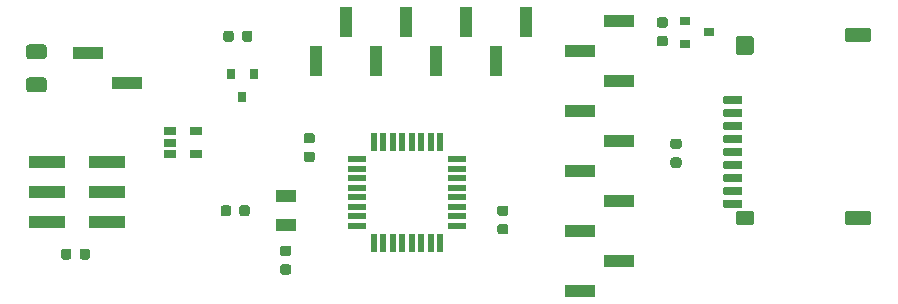
<source format=gtp>
%TF.GenerationSoftware,KiCad,Pcbnew,5.1.6-c6e7f7d~86~ubuntu18.04.1*%
%TF.CreationDate,2020-07-27T22:50:38-07:00*%
%TF.ProjectId,atmega168_tb2,61746d65-6761-4313-9638-5f7462322e6b,rev?*%
%TF.SameCoordinates,Original*%
%TF.FileFunction,Paste,Top*%
%TF.FilePolarity,Positive*%
%FSLAX46Y46*%
G04 Gerber Fmt 4.6, Leading zero omitted, Abs format (unit mm)*
G04 Created by KiCad (PCBNEW 5.1.6-c6e7f7d~86~ubuntu18.04.1) date 2020-07-27 22:50:38*
%MOMM*%
%LPD*%
G01*
G04 APERTURE LIST*
%ADD10R,0.800000X0.900000*%
%ADD11R,3.150000X1.000000*%
%ADD12R,1.060000X0.650000*%
%ADD13R,1.600000X0.550000*%
%ADD14R,0.550000X1.600000*%
%ADD15R,1.800000X1.000000*%
%ADD16R,1.000000X2.510000*%
%ADD17R,2.510000X1.000000*%
%ADD18R,0.900000X0.800000*%
G04 APERTURE END LIST*
D10*
%TO.C,Q1*%
X68840000Y-30270000D03*
X66940000Y-30270000D03*
X67890000Y-32270000D03*
%TD*%
%TO.C,C1*%
G36*
G01*
X49835000Y-27805000D02*
X51085000Y-27805000D01*
G75*
G02*
X51335000Y-28055000I0J-250000D01*
G01*
X51335000Y-28805000D01*
G75*
G02*
X51085000Y-29055000I-250000J0D01*
G01*
X49835000Y-29055000D01*
G75*
G02*
X49585000Y-28805000I0J250000D01*
G01*
X49585000Y-28055000D01*
G75*
G02*
X49835000Y-27805000I250000J0D01*
G01*
G37*
G36*
G01*
X49835000Y-30605000D02*
X51085000Y-30605000D01*
G75*
G02*
X51335000Y-30855000I0J-250000D01*
G01*
X51335000Y-31605000D01*
G75*
G02*
X51085000Y-31855000I-250000J0D01*
G01*
X49835000Y-31855000D01*
G75*
G02*
X49585000Y-31605000I0J250000D01*
G01*
X49585000Y-30855000D01*
G75*
G02*
X49835000Y-30605000I250000J0D01*
G01*
G37*
%TD*%
%TO.C,C2*%
G36*
G01*
X71303750Y-46420000D02*
X71816250Y-46420000D01*
G75*
G02*
X72035000Y-46638750I0J-218750D01*
G01*
X72035000Y-47076250D01*
G75*
G02*
X71816250Y-47295000I-218750J0D01*
G01*
X71303750Y-47295000D01*
G75*
G02*
X71085000Y-47076250I0J218750D01*
G01*
X71085000Y-46638750D01*
G75*
G02*
X71303750Y-46420000I218750J0D01*
G01*
G37*
G36*
G01*
X71303750Y-44845000D02*
X71816250Y-44845000D01*
G75*
G02*
X72035000Y-45063750I0J-218750D01*
G01*
X72035000Y-45501250D01*
G75*
G02*
X71816250Y-45720000I-218750J0D01*
G01*
X71303750Y-45720000D01*
G75*
G02*
X71085000Y-45501250I0J218750D01*
G01*
X71085000Y-45063750D01*
G75*
G02*
X71303750Y-44845000I218750J0D01*
G01*
G37*
%TD*%
%TO.C,C3*%
G36*
G01*
X73303750Y-36892500D02*
X73816250Y-36892500D01*
G75*
G02*
X74035000Y-37111250I0J-218750D01*
G01*
X74035000Y-37548750D01*
G75*
G02*
X73816250Y-37767500I-218750J0D01*
G01*
X73303750Y-37767500D01*
G75*
G02*
X73085000Y-37548750I0J218750D01*
G01*
X73085000Y-37111250D01*
G75*
G02*
X73303750Y-36892500I218750J0D01*
G01*
G37*
G36*
G01*
X73303750Y-35317500D02*
X73816250Y-35317500D01*
G75*
G02*
X74035000Y-35536250I0J-218750D01*
G01*
X74035000Y-35973750D01*
G75*
G02*
X73816250Y-36192500I-218750J0D01*
G01*
X73303750Y-36192500D01*
G75*
G02*
X73085000Y-35973750I0J218750D01*
G01*
X73085000Y-35536250D01*
G75*
G02*
X73303750Y-35317500I218750J0D01*
G01*
G37*
%TD*%
%TO.C,C4*%
G36*
G01*
X52547500Y-45816250D02*
X52547500Y-45303750D01*
G75*
G02*
X52766250Y-45085000I218750J0D01*
G01*
X53203750Y-45085000D01*
G75*
G02*
X53422500Y-45303750I0J-218750D01*
G01*
X53422500Y-45816250D01*
G75*
G02*
X53203750Y-46035000I-218750J0D01*
G01*
X52766250Y-46035000D01*
G75*
G02*
X52547500Y-45816250I0J218750D01*
G01*
G37*
G36*
G01*
X54122500Y-45816250D02*
X54122500Y-45303750D01*
G75*
G02*
X54341250Y-45085000I218750J0D01*
G01*
X54778750Y-45085000D01*
G75*
G02*
X54997500Y-45303750I0J-218750D01*
G01*
X54997500Y-45816250D01*
G75*
G02*
X54778750Y-46035000I-218750J0D01*
G01*
X54341250Y-46035000D01*
G75*
G02*
X54122500Y-45816250I0J218750D01*
G01*
G37*
%TD*%
%TO.C,C5*%
G36*
G01*
X68512500Y-41633750D02*
X68512500Y-42146250D01*
G75*
G02*
X68293750Y-42365000I-218750J0D01*
G01*
X67856250Y-42365000D01*
G75*
G02*
X67637500Y-42146250I0J218750D01*
G01*
X67637500Y-41633750D01*
G75*
G02*
X67856250Y-41415000I218750J0D01*
G01*
X68293750Y-41415000D01*
G75*
G02*
X68512500Y-41633750I0J-218750D01*
G01*
G37*
G36*
G01*
X66937500Y-41633750D02*
X66937500Y-42146250D01*
G75*
G02*
X66718750Y-42365000I-218750J0D01*
G01*
X66281250Y-42365000D01*
G75*
G02*
X66062500Y-42146250I0J218750D01*
G01*
X66062500Y-41633750D01*
G75*
G02*
X66281250Y-41415000I218750J0D01*
G01*
X66718750Y-41415000D01*
G75*
G02*
X66937500Y-41633750I0J-218750D01*
G01*
G37*
%TD*%
%TO.C,C6*%
G36*
G01*
X90206250Y-43895000D02*
X89693750Y-43895000D01*
G75*
G02*
X89475000Y-43676250I0J218750D01*
G01*
X89475000Y-43238750D01*
G75*
G02*
X89693750Y-43020000I218750J0D01*
G01*
X90206250Y-43020000D01*
G75*
G02*
X90425000Y-43238750I0J-218750D01*
G01*
X90425000Y-43676250D01*
G75*
G02*
X90206250Y-43895000I-218750J0D01*
G01*
G37*
G36*
G01*
X90206250Y-42320000D02*
X89693750Y-42320000D01*
G75*
G02*
X89475000Y-42101250I0J218750D01*
G01*
X89475000Y-41663750D01*
G75*
G02*
X89693750Y-41445000I218750J0D01*
G01*
X90206250Y-41445000D01*
G75*
G02*
X90425000Y-41663750I0J-218750D01*
G01*
X90425000Y-42101250D01*
G75*
G02*
X90206250Y-42320000I-218750J0D01*
G01*
G37*
%TD*%
%TO.C,C7*%
G36*
G01*
X104353750Y-37367500D02*
X104866250Y-37367500D01*
G75*
G02*
X105085000Y-37586250I0J-218750D01*
G01*
X105085000Y-38023750D01*
G75*
G02*
X104866250Y-38242500I-218750J0D01*
G01*
X104353750Y-38242500D01*
G75*
G02*
X104135000Y-38023750I0J218750D01*
G01*
X104135000Y-37586250D01*
G75*
G02*
X104353750Y-37367500I218750J0D01*
G01*
G37*
G36*
G01*
X104353750Y-35792500D02*
X104866250Y-35792500D01*
G75*
G02*
X105085000Y-36011250I0J-218750D01*
G01*
X105085000Y-36448750D01*
G75*
G02*
X104866250Y-36667500I-218750J0D01*
G01*
X104353750Y-36667500D01*
G75*
G02*
X104135000Y-36448750I0J218750D01*
G01*
X104135000Y-36011250D01*
G75*
G02*
X104353750Y-35792500I218750J0D01*
G01*
G37*
%TD*%
D11*
%TO.C,J1*%
X51375000Y-37790000D03*
X56425000Y-37790000D03*
X51375000Y-40330000D03*
X56425000Y-40330000D03*
X51375000Y-42870000D03*
X56425000Y-42870000D03*
%TD*%
D12*
%TO.C,U1*%
X61810000Y-35160000D03*
X61810000Y-36110000D03*
X61810000Y-37060000D03*
X64010000Y-37060000D03*
X64010000Y-35160000D03*
%TD*%
D13*
%TO.C,U2*%
X77580000Y-37540000D03*
X77580000Y-38340000D03*
X77580000Y-39140000D03*
X77580000Y-39940000D03*
X77580000Y-40740000D03*
X77580000Y-41540000D03*
X77580000Y-42340000D03*
X77580000Y-43140000D03*
D14*
X79030000Y-44590000D03*
X79830000Y-44590000D03*
X80630000Y-44590000D03*
X81430000Y-44590000D03*
X82230000Y-44590000D03*
X83030000Y-44590000D03*
X83830000Y-44590000D03*
X84630000Y-44590000D03*
D13*
X86080000Y-43140000D03*
X86080000Y-42340000D03*
X86080000Y-41540000D03*
X86080000Y-40740000D03*
X86080000Y-39940000D03*
X86080000Y-39140000D03*
X86080000Y-38340000D03*
X86080000Y-37540000D03*
D14*
X84630000Y-36090000D03*
X83830000Y-36090000D03*
X83030000Y-36090000D03*
X82230000Y-36090000D03*
X81430000Y-36090000D03*
X80630000Y-36090000D03*
X79830000Y-36090000D03*
X79030000Y-36090000D03*
%TD*%
D15*
%TO.C,Y1*%
X71620000Y-40630000D03*
X71620000Y-43130000D03*
%TD*%
D16*
%TO.C,J2*%
X91950000Y-25935000D03*
X86870000Y-25935000D03*
X81790000Y-25935000D03*
X76710000Y-25935000D03*
X89410000Y-29245000D03*
X84330000Y-29245000D03*
X79250000Y-29245000D03*
X74170000Y-29245000D03*
%TD*%
D17*
%TO.C,J3*%
X96475000Y-28350000D03*
X96475000Y-33430000D03*
X96475000Y-38510000D03*
X96475000Y-43590000D03*
X96475000Y-48670000D03*
X99785000Y-25810000D03*
X99785000Y-30890000D03*
X99785000Y-35970000D03*
X99785000Y-41050000D03*
X99785000Y-46130000D03*
%TD*%
D18*
%TO.C,Q2*%
X107390000Y-26790000D03*
X105390000Y-27740000D03*
X105390000Y-25840000D03*
%TD*%
%TO.C,R1*%
G36*
G01*
X103706250Y-26390000D02*
X103193750Y-26390000D01*
G75*
G02*
X102975000Y-26171250I0J218750D01*
G01*
X102975000Y-25733750D01*
G75*
G02*
X103193750Y-25515000I218750J0D01*
G01*
X103706250Y-25515000D01*
G75*
G02*
X103925000Y-25733750I0J-218750D01*
G01*
X103925000Y-26171250D01*
G75*
G02*
X103706250Y-26390000I-218750J0D01*
G01*
G37*
G36*
G01*
X103706250Y-27965000D02*
X103193750Y-27965000D01*
G75*
G02*
X102975000Y-27746250I0J218750D01*
G01*
X102975000Y-27308750D01*
G75*
G02*
X103193750Y-27090000I218750J0D01*
G01*
X103706250Y-27090000D01*
G75*
G02*
X103925000Y-27308750I0J-218750D01*
G01*
X103925000Y-27746250D01*
G75*
G02*
X103706250Y-27965000I-218750J0D01*
G01*
G37*
%TD*%
%TO.C,R2*%
G36*
G01*
X66287500Y-27366250D02*
X66287500Y-26853750D01*
G75*
G02*
X66506250Y-26635000I218750J0D01*
G01*
X66943750Y-26635000D01*
G75*
G02*
X67162500Y-26853750I0J-218750D01*
G01*
X67162500Y-27366250D01*
G75*
G02*
X66943750Y-27585000I-218750J0D01*
G01*
X66506250Y-27585000D01*
G75*
G02*
X66287500Y-27366250I0J218750D01*
G01*
G37*
G36*
G01*
X67862500Y-27366250D02*
X67862500Y-26853750D01*
G75*
G02*
X68081250Y-26635000I218750J0D01*
G01*
X68518750Y-26635000D01*
G75*
G02*
X68737500Y-26853750I0J-218750D01*
G01*
X68737500Y-27366250D01*
G75*
G02*
X68518750Y-27585000I-218750J0D01*
G01*
X68081250Y-27585000D01*
G75*
G02*
X67862500Y-27366250I0J218750D01*
G01*
G37*
%TD*%
%TO.C,J4*%
G36*
G01*
X110160000Y-32850000D02*
X108700000Y-32850000D01*
G75*
G02*
X108630000Y-32780000I0J70000D01*
G01*
X108630000Y-32220000D01*
G75*
G02*
X108700000Y-32150000I70000J0D01*
G01*
X110160000Y-32150000D01*
G75*
G02*
X110230000Y-32220000I0J-70000D01*
G01*
X110230000Y-32780000D01*
G75*
G02*
X110160000Y-32850000I-70000J0D01*
G01*
G37*
G36*
G01*
X110160000Y-33950000D02*
X108700000Y-33950000D01*
G75*
G02*
X108630000Y-33880000I0J70000D01*
G01*
X108630000Y-33320000D01*
G75*
G02*
X108700000Y-33250000I70000J0D01*
G01*
X110160000Y-33250000D01*
G75*
G02*
X110230000Y-33320000I0J-70000D01*
G01*
X110230000Y-33880000D01*
G75*
G02*
X110160000Y-33950000I-70000J0D01*
G01*
G37*
G36*
G01*
X110160000Y-35050000D02*
X108700000Y-35050000D01*
G75*
G02*
X108630000Y-34980000I0J70000D01*
G01*
X108630000Y-34420000D01*
G75*
G02*
X108700000Y-34350000I70000J0D01*
G01*
X110160000Y-34350000D01*
G75*
G02*
X110230000Y-34420000I0J-70000D01*
G01*
X110230000Y-34980000D01*
G75*
G02*
X110160000Y-35050000I-70000J0D01*
G01*
G37*
G36*
G01*
X110160000Y-36150000D02*
X108700000Y-36150000D01*
G75*
G02*
X108630000Y-36080000I0J70000D01*
G01*
X108630000Y-35520000D01*
G75*
G02*
X108700000Y-35450000I70000J0D01*
G01*
X110160000Y-35450000D01*
G75*
G02*
X110230000Y-35520000I0J-70000D01*
G01*
X110230000Y-36080000D01*
G75*
G02*
X110160000Y-36150000I-70000J0D01*
G01*
G37*
G36*
G01*
X110160000Y-37250000D02*
X108700000Y-37250000D01*
G75*
G02*
X108630000Y-37180000I0J70000D01*
G01*
X108630000Y-36620000D01*
G75*
G02*
X108700000Y-36550000I70000J0D01*
G01*
X110160000Y-36550000D01*
G75*
G02*
X110230000Y-36620000I0J-70000D01*
G01*
X110230000Y-37180000D01*
G75*
G02*
X110160000Y-37250000I-70000J0D01*
G01*
G37*
G36*
G01*
X110160000Y-38350000D02*
X108700000Y-38350000D01*
G75*
G02*
X108630000Y-38280000I0J70000D01*
G01*
X108630000Y-37720000D01*
G75*
G02*
X108700000Y-37650000I70000J0D01*
G01*
X110160000Y-37650000D01*
G75*
G02*
X110230000Y-37720000I0J-70000D01*
G01*
X110230000Y-38280000D01*
G75*
G02*
X110160000Y-38350000I-70000J0D01*
G01*
G37*
G36*
G01*
X110160000Y-39450000D02*
X108700000Y-39450000D01*
G75*
G02*
X108630000Y-39380000I0J70000D01*
G01*
X108630000Y-38820000D01*
G75*
G02*
X108700000Y-38750000I70000J0D01*
G01*
X110160000Y-38750000D01*
G75*
G02*
X110230000Y-38820000I0J-70000D01*
G01*
X110230000Y-39380000D01*
G75*
G02*
X110160000Y-39450000I-70000J0D01*
G01*
G37*
G36*
G01*
X110160000Y-40550000D02*
X108700000Y-40550000D01*
G75*
G02*
X108630000Y-40480000I0J70000D01*
G01*
X108630000Y-39920000D01*
G75*
G02*
X108700000Y-39850000I70000J0D01*
G01*
X110160000Y-39850000D01*
G75*
G02*
X110230000Y-39920000I0J-70000D01*
G01*
X110230000Y-40480000D01*
G75*
G02*
X110160000Y-40550000I-70000J0D01*
G01*
G37*
G36*
G01*
X110160000Y-41650000D02*
X108700000Y-41650000D01*
G75*
G02*
X108630000Y-41580000I0J70000D01*
G01*
X108630000Y-41020000D01*
G75*
G02*
X108700000Y-40950000I70000J0D01*
G01*
X110160000Y-40950000D01*
G75*
G02*
X110230000Y-41020000I0J-70000D01*
G01*
X110230000Y-41580000D01*
G75*
G02*
X110160000Y-41650000I-70000J0D01*
G01*
G37*
G36*
G01*
X121010000Y-43100000D02*
X119050000Y-43100000D01*
G75*
G02*
X118930000Y-42980000I0J120000D01*
G01*
X118930000Y-42020000D01*
G75*
G02*
X119050000Y-41900000I120000J0D01*
G01*
X121010000Y-41900000D01*
G75*
G02*
X121130000Y-42020000I0J-120000D01*
G01*
X121130000Y-42980000D01*
G75*
G02*
X121010000Y-43100000I-120000J0D01*
G01*
G37*
G36*
G01*
X111060000Y-43100000D02*
X109800000Y-43100000D01*
G75*
G02*
X109680000Y-42980000I0J120000D01*
G01*
X109680000Y-42020000D01*
G75*
G02*
X109800000Y-41900000I120000J0D01*
G01*
X111060000Y-41900000D01*
G75*
G02*
X111180000Y-42020000I0J-120000D01*
G01*
X111180000Y-42980000D01*
G75*
G02*
X111060000Y-43100000I-120000J0D01*
G01*
G37*
G36*
G01*
X111030000Y-28700000D02*
X109830000Y-28700000D01*
G75*
G02*
X109680000Y-28550000I0J150000D01*
G01*
X109680000Y-27250000D01*
G75*
G02*
X109830000Y-27100000I150000J0D01*
G01*
X111030000Y-27100000D01*
G75*
G02*
X111180000Y-27250000I0J-150000D01*
G01*
X111180000Y-28550000D01*
G75*
G02*
X111030000Y-28700000I-150000J0D01*
G01*
G37*
G36*
G01*
X121010000Y-27600000D02*
X119050000Y-27600000D01*
G75*
G02*
X118930000Y-27480000I0J120000D01*
G01*
X118930000Y-26520000D01*
G75*
G02*
X119050000Y-26400000I120000J0D01*
G01*
X121010000Y-26400000D01*
G75*
G02*
X121130000Y-26520000I0J-120000D01*
G01*
X121130000Y-27480000D01*
G75*
G02*
X121010000Y-27600000I-120000J0D01*
G01*
G37*
%TD*%
D17*
%TO.C,J5*%
X54805000Y-28560000D03*
X58115000Y-31100000D03*
%TD*%
M02*

</source>
